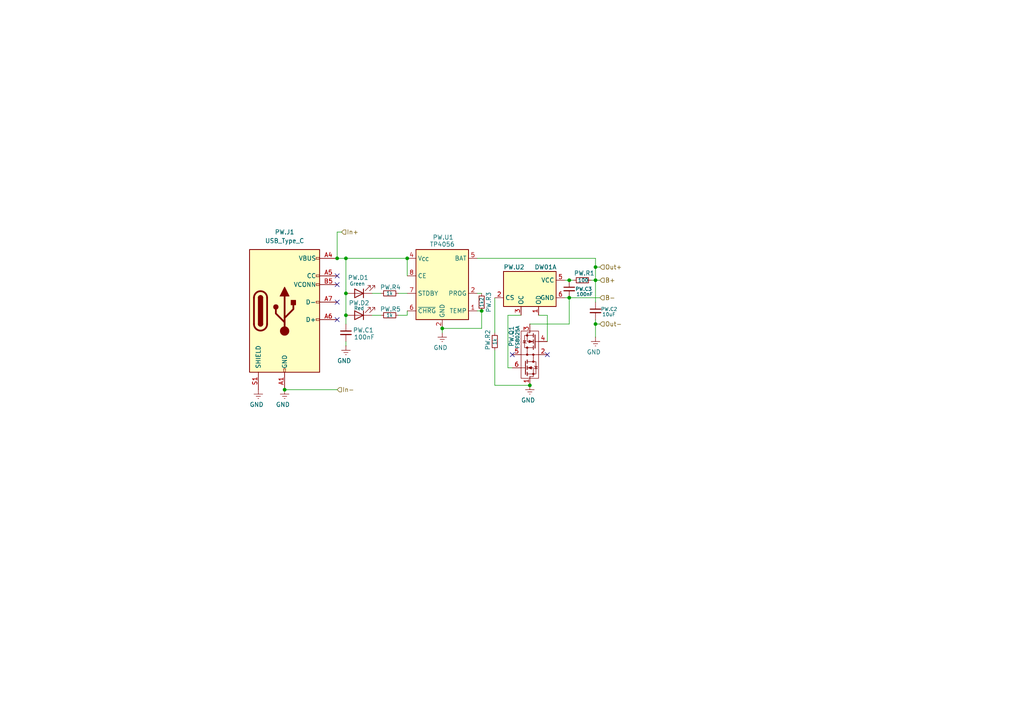
<source format=kicad_sch>
(kicad_sch
	(version 20231120)
	(generator "eeschema")
	(generator_version "8.0")
	(uuid "301cac48-3f1d-4ce8-81db-070ebc2302b9")
	(paper "A4")
	(lib_symbols
		(symbol "Battery_Management:DW01A"
			(exclude_from_sim no)
			(in_bom yes)
			(on_board yes)
			(property "Reference" "U"
				(at -6.604 6.35 0)
				(effects
					(font
						(size 1.27 1.27)
					)
				)
			)
			(property "Value" "DW01A"
				(at 4.318 6.604 0)
				(effects
					(font
						(size 1.27 1.27)
					)
				)
			)
			(property "Footprint" "Package_TO_SOT_SMD:SOT-23-6"
				(at 0 0 0)
				(effects
					(font
						(size 1.27 1.27)
					)
					(hide yes)
				)
			)
			(property "Datasheet" "https://hmsemi.com/downfile/DW01A.PDF"
				(at 0 0 0)
				(effects
					(font
						(size 1.27 1.27)
					)
					(hide yes)
				)
			)
			(property "Description" "Overcharge, overcurrent and overdischarge protection IC for single cell lithium-ion/polymer battery"
				(at 0.254 1.524 0)
				(effects
					(font
						(size 1.27 1.27)
					)
					(hide yes)
				)
			)
			(property "ki_keywords" "battery protection li-ion lipo overcurrent overdischarge overcharge"
				(at 0 0 0)
				(effects
					(font
						(size 1.27 1.27)
					)
					(hide yes)
				)
			)
			(property "ki_fp_filters" "SOT?23*"
				(at 0 0 0)
				(effects
					(font
						(size 1.27 1.27)
					)
					(hide yes)
				)
			)
			(symbol "DW01A_0_1"
				(pin output line
					(at -2.54 -7.62 90)
					(length 2.54)
					(name "OD"
						(effects
							(font
								(size 1.27 1.27)
							)
						)
					)
					(number "1"
						(effects
							(font
								(size 1.27 1.27)
							)
						)
					)
				)
				(pin input line
					(at 10.16 -2.54 180)
					(length 2.54)
					(name "CS"
						(effects
							(font
								(size 1.27 1.27)
							)
						)
					)
					(number "2"
						(effects
							(font
								(size 1.27 1.27)
							)
						)
					)
				)
				(pin output line
					(at 2.54 -7.62 90)
					(length 2.54)
					(name "OC"
						(effects
							(font
								(size 1.27 1.27)
							)
						)
					)
					(number "3"
						(effects
							(font
								(size 1.27 1.27)
							)
						)
					)
				)
				(pin power_in line
					(at -10.16 2.54 0)
					(length 2.54)
					(name "VCC"
						(effects
							(font
								(size 1.27 1.27)
							)
						)
					)
					(number "5"
						(effects
							(font
								(size 1.27 1.27)
							)
						)
					)
				)
				(pin power_in line
					(at -10.16 -2.54 0)
					(length 2.54)
					(name "GND"
						(effects
							(font
								(size 1.27 1.27)
							)
						)
					)
					(number "6"
						(effects
							(font
								(size 1.27 1.27)
							)
						)
					)
				)
			)
			(symbol "DW01A_1_1"
				(rectangle
					(start -7.62 5.08)
					(end 7.62 -5.08)
					(stroke
						(width 0.254)
						(type default)
					)
					(fill
						(type background)
					)
				)
				(pin no_connect line
					(at 10.16 2.54 180)
					(length 2.54) hide
					(name "TD"
						(effects
							(font
								(size 1.27 1.27)
							)
						)
					)
					(number "4"
						(effects
							(font
								(size 1.27 1.27)
							)
						)
					)
				)
			)
		)
		(symbol "Connector:USB_C_Plug_USB2.0"
			(pin_names
				(offset 1.016)
			)
			(exclude_from_sim no)
			(in_bom yes)
			(on_board yes)
			(property "Reference" "P"
				(at -10.16 19.05 0)
				(effects
					(font
						(size 1.27 1.27)
					)
					(justify left)
				)
			)
			(property "Value" "USB_C_Plug_USB2.0"
				(at 12.7 19.05 0)
				(effects
					(font
						(size 1.27 1.27)
					)
					(justify right)
				)
			)
			(property "Footprint" ""
				(at 3.81 0 0)
				(effects
					(font
						(size 1.27 1.27)
					)
					(hide yes)
				)
			)
			(property "Datasheet" "https://www.usb.org/sites/default/files/documents/usb_type-c.zip"
				(at 3.81 0 0)
				(effects
					(font
						(size 1.27 1.27)
					)
					(hide yes)
				)
			)
			(property "Description" "USB 2.0-only Type-C Plug connector"
				(at 0 0 0)
				(effects
					(font
						(size 1.27 1.27)
					)
					(hide yes)
				)
			)
			(property "ki_keywords" "usb universal serial bus type-C USB2.0"
				(at 0 0 0)
				(effects
					(font
						(size 1.27 1.27)
					)
					(hide yes)
				)
			)
			(property "ki_fp_filters" "USB*C*Plug*"
				(at 0 0 0)
				(effects
					(font
						(size 1.27 1.27)
					)
					(hide yes)
				)
			)
			(symbol "USB_C_Plug_USB2.0_0_0"
				(rectangle
					(start -0.254 -17.78)
					(end 0.254 -16.764)
					(stroke
						(width 0)
						(type default)
					)
					(fill
						(type none)
					)
				)
				(rectangle
					(start 10.16 -2.286)
					(end 9.144 -2.794)
					(stroke
						(width 0)
						(type default)
					)
					(fill
						(type none)
					)
				)
				(rectangle
					(start 10.16 2.794)
					(end 9.144 2.286)
					(stroke
						(width 0)
						(type default)
					)
					(fill
						(type none)
					)
				)
				(rectangle
					(start 10.16 7.874)
					(end 9.144 7.366)
					(stroke
						(width 0)
						(type default)
					)
					(fill
						(type none)
					)
				)
				(rectangle
					(start 10.16 10.414)
					(end 9.144 9.906)
					(stroke
						(width 0)
						(type default)
					)
					(fill
						(type none)
					)
				)
				(rectangle
					(start 10.16 15.494)
					(end 9.144 14.986)
					(stroke
						(width 0)
						(type default)
					)
					(fill
						(type none)
					)
				)
			)
			(symbol "USB_C_Plug_USB2.0_0_1"
				(rectangle
					(start -10.16 17.78)
					(end 10.16 -17.78)
					(stroke
						(width 0.254)
						(type default)
					)
					(fill
						(type background)
					)
				)
				(arc
					(start -8.89 -3.81)
					(mid -6.985 -5.7067)
					(end -5.08 -3.81)
					(stroke
						(width 0.508)
						(type default)
					)
					(fill
						(type none)
					)
				)
				(arc
					(start -7.62 -3.81)
					(mid -6.985 -4.4423)
					(end -6.35 -3.81)
					(stroke
						(width 0.254)
						(type default)
					)
					(fill
						(type none)
					)
				)
				(arc
					(start -7.62 -3.81)
					(mid -6.985 -4.4423)
					(end -6.35 -3.81)
					(stroke
						(width 0.254)
						(type default)
					)
					(fill
						(type outline)
					)
				)
				(rectangle
					(start -7.62 -3.81)
					(end -6.35 3.81)
					(stroke
						(width 0.254)
						(type default)
					)
					(fill
						(type outline)
					)
				)
				(arc
					(start -6.35 3.81)
					(mid -6.985 4.4423)
					(end -7.62 3.81)
					(stroke
						(width 0.254)
						(type default)
					)
					(fill
						(type none)
					)
				)
				(arc
					(start -6.35 3.81)
					(mid -6.985 4.4423)
					(end -7.62 3.81)
					(stroke
						(width 0.254)
						(type default)
					)
					(fill
						(type outline)
					)
				)
				(arc
					(start -5.08 3.81)
					(mid -6.985 5.7067)
					(end -8.89 3.81)
					(stroke
						(width 0.508)
						(type default)
					)
					(fill
						(type none)
					)
				)
				(circle
					(center -2.54 1.143)
					(radius 0.635)
					(stroke
						(width 0.254)
						(type default)
					)
					(fill
						(type outline)
					)
				)
				(circle
					(center 0 -5.842)
					(radius 1.27)
					(stroke
						(width 0)
						(type default)
					)
					(fill
						(type outline)
					)
				)
				(polyline
					(pts
						(xy -8.89 -3.81) (xy -8.89 3.81)
					)
					(stroke
						(width 0.508)
						(type default)
					)
					(fill
						(type none)
					)
				)
				(polyline
					(pts
						(xy -5.08 3.81) (xy -5.08 -3.81)
					)
					(stroke
						(width 0.508)
						(type default)
					)
					(fill
						(type none)
					)
				)
				(polyline
					(pts
						(xy 0 -5.842) (xy 0 4.318)
					)
					(stroke
						(width 0.508)
						(type default)
					)
					(fill
						(type none)
					)
				)
				(polyline
					(pts
						(xy 0 -3.302) (xy -2.54 -0.762) (xy -2.54 0.508)
					)
					(stroke
						(width 0.508)
						(type default)
					)
					(fill
						(type none)
					)
				)
				(polyline
					(pts
						(xy 0 -2.032) (xy 2.54 0.508) (xy 2.54 1.778)
					)
					(stroke
						(width 0.508)
						(type default)
					)
					(fill
						(type none)
					)
				)
				(polyline
					(pts
						(xy -1.27 4.318) (xy 0 6.858) (xy 1.27 4.318) (xy -1.27 4.318)
					)
					(stroke
						(width 0.254)
						(type default)
					)
					(fill
						(type outline)
					)
				)
				(rectangle
					(start 1.905 1.778)
					(end 3.175 3.048)
					(stroke
						(width 0.254)
						(type default)
					)
					(fill
						(type outline)
					)
				)
			)
			(symbol "USB_C_Plug_USB2.0_1_1"
				(pin passive line
					(at 0 -22.86 90)
					(length 5.08)
					(name "GND"
						(effects
							(font
								(size 1.27 1.27)
							)
						)
					)
					(number "A1"
						(effects
							(font
								(size 1.27 1.27)
							)
						)
					)
				)
				(pin passive line
					(at 0 -22.86 90)
					(length 5.08) hide
					(name "GND"
						(effects
							(font
								(size 1.27 1.27)
							)
						)
					)
					(number "A12"
						(effects
							(font
								(size 1.27 1.27)
							)
						)
					)
				)
				(pin passive line
					(at 15.24 15.24 180)
					(length 5.08)
					(name "VBUS"
						(effects
							(font
								(size 1.27 1.27)
							)
						)
					)
					(number "A4"
						(effects
							(font
								(size 1.27 1.27)
							)
						)
					)
				)
				(pin bidirectional line
					(at 15.24 10.16 180)
					(length 5.08)
					(name "CC"
						(effects
							(font
								(size 1.27 1.27)
							)
						)
					)
					(number "A5"
						(effects
							(font
								(size 1.27 1.27)
							)
						)
					)
				)
				(pin bidirectional line
					(at 15.24 -2.54 180)
					(length 5.08)
					(name "D+"
						(effects
							(font
								(size 1.27 1.27)
							)
						)
					)
					(number "A6"
						(effects
							(font
								(size 1.27 1.27)
							)
						)
					)
				)
				(pin bidirectional line
					(at 15.24 2.54 180)
					(length 5.08)
					(name "D-"
						(effects
							(font
								(size 1.27 1.27)
							)
						)
					)
					(number "A7"
						(effects
							(font
								(size 1.27 1.27)
							)
						)
					)
				)
				(pin passive line
					(at 15.24 15.24 180)
					(length 5.08) hide
					(name "VBUS"
						(effects
							(font
								(size 1.27 1.27)
							)
						)
					)
					(number "A9"
						(effects
							(font
								(size 1.27 1.27)
							)
						)
					)
				)
				(pin passive line
					(at 0 -22.86 90)
					(length 5.08) hide
					(name "GND"
						(effects
							(font
								(size 1.27 1.27)
							)
						)
					)
					(number "B1"
						(effects
							(font
								(size 1.27 1.27)
							)
						)
					)
				)
				(pin passive line
					(at 0 -22.86 90)
					(length 5.08) hide
					(name "GND"
						(effects
							(font
								(size 1.27 1.27)
							)
						)
					)
					(number "B12"
						(effects
							(font
								(size 1.27 1.27)
							)
						)
					)
				)
				(pin passive line
					(at 15.24 15.24 180)
					(length 5.08) hide
					(name "VBUS"
						(effects
							(font
								(size 1.27 1.27)
							)
						)
					)
					(number "B4"
						(effects
							(font
								(size 1.27 1.27)
							)
						)
					)
				)
				(pin bidirectional line
					(at 15.24 7.62 180)
					(length 5.08)
					(name "VCONN"
						(effects
							(font
								(size 1.27 1.27)
							)
						)
					)
					(number "B5"
						(effects
							(font
								(size 1.27 1.27)
							)
						)
					)
				)
				(pin passive line
					(at 15.24 15.24 180)
					(length 5.08) hide
					(name "VBUS"
						(effects
							(font
								(size 1.27 1.27)
							)
						)
					)
					(number "B9"
						(effects
							(font
								(size 1.27 1.27)
							)
						)
					)
				)
				(pin passive line
					(at -7.62 -22.86 90)
					(length 5.08)
					(name "SHIELD"
						(effects
							(font
								(size 1.27 1.27)
							)
						)
					)
					(number "S1"
						(effects
							(font
								(size 1.27 1.27)
							)
						)
					)
				)
			)
		)
		(symbol "Device:C_Small"
			(pin_numbers hide)
			(pin_names
				(offset 0.254) hide)
			(exclude_from_sim no)
			(in_bom yes)
			(on_board yes)
			(property "Reference" "C"
				(at 0.254 1.778 0)
				(effects
					(font
						(size 1.27 1.27)
					)
					(justify left)
				)
			)
			(property "Value" "C_Small"
				(at 0.254 -2.032 0)
				(effects
					(font
						(size 1.27 1.27)
					)
					(justify left)
				)
			)
			(property "Footprint" ""
				(at 0 0 0)
				(effects
					(font
						(size 1.27 1.27)
					)
					(hide yes)
				)
			)
			(property "Datasheet" "~"
				(at 0 0 0)
				(effects
					(font
						(size 1.27 1.27)
					)
					(hide yes)
				)
			)
			(property "Description" "Unpolarized capacitor, small symbol"
				(at 0 0 0)
				(effects
					(font
						(size 1.27 1.27)
					)
					(hide yes)
				)
			)
			(property "ki_keywords" "capacitor cap"
				(at 0 0 0)
				(effects
					(font
						(size 1.27 1.27)
					)
					(hide yes)
				)
			)
			(property "ki_fp_filters" "C_*"
				(at 0 0 0)
				(effects
					(font
						(size 1.27 1.27)
					)
					(hide yes)
				)
			)
			(symbol "C_Small_0_1"
				(polyline
					(pts
						(xy -1.524 -0.508) (xy 1.524 -0.508)
					)
					(stroke
						(width 0.3302)
						(type default)
					)
					(fill
						(type none)
					)
				)
				(polyline
					(pts
						(xy -1.524 0.508) (xy 1.524 0.508)
					)
					(stroke
						(width 0.3048)
						(type default)
					)
					(fill
						(type none)
					)
				)
			)
			(symbol "C_Small_1_1"
				(pin passive line
					(at 0 2.54 270)
					(length 2.032)
					(name "~"
						(effects
							(font
								(size 1.27 1.27)
							)
						)
					)
					(number "1"
						(effects
							(font
								(size 1.27 1.27)
							)
						)
					)
				)
				(pin passive line
					(at 0 -2.54 90)
					(length 2.032)
					(name "~"
						(effects
							(font
								(size 1.27 1.27)
							)
						)
					)
					(number "2"
						(effects
							(font
								(size 1.27 1.27)
							)
						)
					)
				)
			)
		)
		(symbol "Device:LED"
			(pin_numbers hide)
			(pin_names
				(offset 1.016) hide)
			(exclude_from_sim no)
			(in_bom yes)
			(on_board yes)
			(property "Reference" "D"
				(at 0 2.54 0)
				(effects
					(font
						(size 1.27 1.27)
					)
				)
			)
			(property "Value" "LED"
				(at 0 -2.54 0)
				(effects
					(font
						(size 1.27 1.27)
					)
				)
			)
			(property "Footprint" ""
				(at 0 0 0)
				(effects
					(font
						(size 1.27 1.27)
					)
					(hide yes)
				)
			)
			(property "Datasheet" "~"
				(at 0 0 0)
				(effects
					(font
						(size 1.27 1.27)
					)
					(hide yes)
				)
			)
			(property "Description" "Light emitting diode"
				(at 0 0 0)
				(effects
					(font
						(size 1.27 1.27)
					)
					(hide yes)
				)
			)
			(property "ki_keywords" "LED diode"
				(at 0 0 0)
				(effects
					(font
						(size 1.27 1.27)
					)
					(hide yes)
				)
			)
			(property "ki_fp_filters" "LED* LED_SMD:* LED_THT:*"
				(at 0 0 0)
				(effects
					(font
						(size 1.27 1.27)
					)
					(hide yes)
				)
			)
			(symbol "LED_0_1"
				(polyline
					(pts
						(xy -1.27 -1.27) (xy -1.27 1.27)
					)
					(stroke
						(width 0.254)
						(type default)
					)
					(fill
						(type none)
					)
				)
				(polyline
					(pts
						(xy -1.27 0) (xy 1.27 0)
					)
					(stroke
						(width 0)
						(type default)
					)
					(fill
						(type none)
					)
				)
				(polyline
					(pts
						(xy 1.27 -1.27) (xy 1.27 1.27) (xy -1.27 0) (xy 1.27 -1.27)
					)
					(stroke
						(width 0.254)
						(type default)
					)
					(fill
						(type none)
					)
				)
				(polyline
					(pts
						(xy -3.048 -0.762) (xy -4.572 -2.286) (xy -3.81 -2.286) (xy -4.572 -2.286) (xy -4.572 -1.524)
					)
					(stroke
						(width 0)
						(type default)
					)
					(fill
						(type none)
					)
				)
				(polyline
					(pts
						(xy -1.778 -0.762) (xy -3.302 -2.286) (xy -2.54 -2.286) (xy -3.302 -2.286) (xy -3.302 -1.524)
					)
					(stroke
						(width 0)
						(type default)
					)
					(fill
						(type none)
					)
				)
			)
			(symbol "LED_1_1"
				(pin passive line
					(at -3.81 0 0)
					(length 2.54)
					(name "K"
						(effects
							(font
								(size 1.27 1.27)
							)
						)
					)
					(number "1"
						(effects
							(font
								(size 1.27 1.27)
							)
						)
					)
				)
				(pin passive line
					(at 3.81 0 180)
					(length 2.54)
					(name "A"
						(effects
							(font
								(size 1.27 1.27)
							)
						)
					)
					(number "2"
						(effects
							(font
								(size 1.27 1.27)
							)
						)
					)
				)
			)
		)
		(symbol "Device:R_Small"
			(pin_numbers hide)
			(pin_names
				(offset 0.254) hide)
			(exclude_from_sim no)
			(in_bom yes)
			(on_board yes)
			(property "Reference" "R"
				(at 0.762 0.508 0)
				(effects
					(font
						(size 1.27 1.27)
					)
					(justify left)
				)
			)
			(property "Value" "R_Small"
				(at 0.762 -1.016 0)
				(effects
					(font
						(size 1.27 1.27)
					)
					(justify left)
				)
			)
			(property "Footprint" ""
				(at 0 0 0)
				(effects
					(font
						(size 1.27 1.27)
					)
					(hide yes)
				)
			)
			(property "Datasheet" "~"
				(at 0 0 0)
				(effects
					(font
						(size 1.27 1.27)
					)
					(hide yes)
				)
			)
			(property "Description" "Resistor, small symbol"
				(at 0 0 0)
				(effects
					(font
						(size 1.27 1.27)
					)
					(hide yes)
				)
			)
			(property "ki_keywords" "R resistor"
				(at 0 0 0)
				(effects
					(font
						(size 1.27 1.27)
					)
					(hide yes)
				)
			)
			(property "ki_fp_filters" "R_*"
				(at 0 0 0)
				(effects
					(font
						(size 1.27 1.27)
					)
					(hide yes)
				)
			)
			(symbol "R_Small_0_1"
				(rectangle
					(start -0.762 1.778)
					(end 0.762 -1.778)
					(stroke
						(width 0.2032)
						(type default)
					)
					(fill
						(type none)
					)
				)
			)
			(symbol "R_Small_1_1"
				(pin passive line
					(at 0 2.54 270)
					(length 0.762)
					(name "~"
						(effects
							(font
								(size 1.27 1.27)
							)
						)
					)
					(number "1"
						(effects
							(font
								(size 1.27 1.27)
							)
						)
					)
				)
				(pin passive line
					(at 0 -2.54 90)
					(length 0.762)
					(name "~"
						(effects
							(font
								(size 1.27 1.27)
							)
						)
					)
					(number "2"
						(effects
							(font
								(size 1.27 1.27)
							)
						)
					)
				)
			)
		)
		(symbol "Power.Antigo:FS8025A"
			(pin_names hide)
			(exclude_from_sim no)
			(in_bom yes)
			(on_board yes)
			(property "Reference" "Q"
				(at 2.032 6.223 0)
				(effects
					(font
						(size 1.27 1.27)
					)
					(justify left)
				)
			)
			(property "Value" "FS8025A"
				(at 2.032 4.318 0)
				(effects
					(font
						(size 1.27 1.27)
					)
					(justify left)
				)
			)
			(property "Footprint" "Package_TO_SOT_SMD:SOT-23-6"
				(at -16.764 -12.7 0)
				(effects
					(font
						(size 1.27 1.27)
						(italic yes)
					)
					(justify left)
					(hide yes)
				)
			)
			(property "Datasheet" "https://static.chipdip.ru/lib/272/DOC021272788.pdf"
				(at -25.908 -10.414 0)
				(effects
					(font
						(size 1.27 1.27)
					)
					(justify left)
					(hide yes)
				)
			)
			(property "Description" "6A Id, 20V Vds, 27mOhm Rds, N-Channel Power MOSFET, SOT-23"
				(at 1.27 -8.382 0)
				(effects
					(font
						(size 1.27 1.27)
					)
					(hide yes)
				)
			)
			(property "ki_keywords" "N-Channel HEXFET MOSFET Logic-Level"
				(at 0 0 0)
				(effects
					(font
						(size 1.27 1.27)
					)
					(hide yes)
				)
			)
			(property "ki_fp_filters" "SOT?23*"
				(at 0 0 0)
				(effects
					(font
						(size 1.27 1.27)
					)
					(hide yes)
				)
			)
			(symbol "FS8025A_0_1"
				(rectangle
					(start -6.858 2.54)
					(end 6.858 -2.54)
					(stroke
						(width 0)
						(type default)
					)
					(fill
						(type none)
					)
				)
				(circle
					(center -5.588 -1.016)
					(radius 0.254)
					(stroke
						(width 0)
						(type default)
					)
					(fill
						(type outline)
					)
				)
				(circle
					(center -2.032 -1.016)
					(radius 0.254)
					(stroke
						(width 0)
						(type default)
					)
					(fill
						(type outline)
					)
				)
				(circle
					(center 0 -1.016)
					(radius 0.254)
					(stroke
						(width 0)
						(type default)
					)
					(fill
						(type outline)
					)
				)
				(polyline
					(pts
						(xy -5.08 0.762) (xy -6.096 0.762)
					)
					(stroke
						(width 0.254)
						(type default)
					)
					(fill
						(type none)
					)
				)
				(polyline
					(pts
						(xy -3.81 1.27) (xy -3.81 2.54)
					)
					(stroke
						(width 0)
						(type default)
					)
					(fill
						(type none)
					)
				)
				(polyline
					(pts
						(xy -3.302 0.762) (xy -4.318 0.762)
					)
					(stroke
						(width 0.254)
						(type default)
					)
					(fill
						(type none)
					)
				)
				(polyline
					(pts
						(xy -1.905 1.27) (xy -5.715 1.27)
					)
					(stroke
						(width 0.254)
						(type default)
					)
					(fill
						(type none)
					)
				)
				(polyline
					(pts
						(xy -1.524 0.762) (xy -2.54 0.762)
					)
					(stroke
						(width 0.254)
						(type default)
					)
					(fill
						(type none)
					)
				)
				(polyline
					(pts
						(xy -0.762 -1.016) (xy -2.032 -1.016)
					)
					(stroke
						(width 0)
						(type default)
					)
					(fill
						(type none)
					)
				)
				(polyline
					(pts
						(xy 0 -1.016) (xy 0 -2.54)
					)
					(stroke
						(width 0)
						(type default)
					)
					(fill
						(type none)
					)
				)
				(polyline
					(pts
						(xy 0 2.54) (xy 0 0.762)
					)
					(stroke
						(width 0)
						(type default)
					)
					(fill
						(type none)
					)
				)
				(polyline
					(pts
						(xy 0.762 0.762) (xy 2.032 0.762)
					)
					(stroke
						(width 0)
						(type default)
					)
					(fill
						(type none)
					)
				)
				(polyline
					(pts
						(xy 1.524 -1.016) (xy 2.54 -1.016)
					)
					(stroke
						(width 0.254)
						(type default)
					)
					(fill
						(type none)
					)
				)
				(polyline
					(pts
						(xy 1.905 -1.524) (xy 5.715 -1.524)
					)
					(stroke
						(width 0.254)
						(type default)
					)
					(fill
						(type none)
					)
				)
				(polyline
					(pts
						(xy 3.302 -1.016) (xy 4.318 -1.016)
					)
					(stroke
						(width 0.254)
						(type default)
					)
					(fill
						(type none)
					)
				)
				(polyline
					(pts
						(xy 3.81 -1.524) (xy 3.81 -2.54)
					)
					(stroke
						(width 0)
						(type default)
					)
					(fill
						(type none)
					)
				)
				(polyline
					(pts
						(xy 5.08 -1.016) (xy 6.096 -1.016)
					)
					(stroke
						(width 0.254)
						(type default)
					)
					(fill
						(type none)
					)
				)
				(polyline
					(pts
						(xy 6.35 0.762) (xy 6.35 0)
					)
					(stroke
						(width 0)
						(type default)
					)
					(fill
						(type none)
					)
				)
				(polyline
					(pts
						(xy 6.858 0) (xy 6.35 0)
					)
					(stroke
						(width 0)
						(type default)
					)
					(fill
						(type none)
					)
				)
				(polyline
					(pts
						(xy -6.35 -1.016) (xy -6.35 0) (xy -6.858 0)
					)
					(stroke
						(width 0)
						(type default)
					)
					(fill
						(type none)
					)
				)
				(polyline
					(pts
						(xy -6.35 -1.016) (xy -3.81 -1.016) (xy -3.81 0.762)
					)
					(stroke
						(width 0)
						(type default)
					)
					(fill
						(type none)
					)
				)
				(polyline
					(pts
						(xy 6.35 0.762) (xy 3.81 0.762) (xy 3.81 -1.016)
					)
					(stroke
						(width 0)
						(type default)
					)
					(fill
						(type none)
					)
				)
				(polyline
					(pts
						(xy -5.588 0.762) (xy -5.588 -1.778) (xy -2.032 -1.778) (xy -2.032 0.762)
					)
					(stroke
						(width 0)
						(type default)
					)
					(fill
						(type none)
					)
				)
				(polyline
					(pts
						(xy -3.81 0.508) (xy -3.429 -0.508) (xy -4.191 -0.508) (xy -3.81 0.508)
					)
					(stroke
						(width 0)
						(type default)
					)
					(fill
						(type outline)
					)
				)
				(polyline
					(pts
						(xy -3.429 -1.778) (xy -4.064 -1.397) (xy -4.064 -2.159) (xy -3.429 -1.778)
					)
					(stroke
						(width 0)
						(type default)
					)
					(fill
						(type none)
					)
				)
				(polyline
					(pts
						(xy -3.302 -1.27) (xy -3.429 -1.397) (xy -3.429 -2.159) (xy -3.556 -2.286)
					)
					(stroke
						(width 0)
						(type default)
					)
					(fill
						(type none)
					)
				)
				(polyline
					(pts
						(xy 3.302 1.016) (xy 3.429 1.143) (xy 3.429 1.905) (xy 3.556 2.032)
					)
					(stroke
						(width 0)
						(type default)
					)
					(fill
						(type none)
					)
				)
				(polyline
					(pts
						(xy 3.429 1.524) (xy 4.064 1.143) (xy 4.064 1.905) (xy 3.429 1.524)
					)
					(stroke
						(width 0)
						(type default)
					)
					(fill
						(type none)
					)
				)
				(polyline
					(pts
						(xy 3.81 -0.762) (xy 3.429 0.254) (xy 4.191 0.254) (xy 3.81 -0.762)
					)
					(stroke
						(width 0)
						(type default)
					)
					(fill
						(type outline)
					)
				)
				(polyline
					(pts
						(xy 5.588 -1.016) (xy 5.588 1.524) (xy 2.032 1.524) (xy 2.032 -1.016)
					)
					(stroke
						(width 0)
						(type default)
					)
					(fill
						(type none)
					)
				)
				(polyline
					(pts
						(xy 0.762 0.762) (xy 0.254 0.762) (xy 0 0.762) (xy 0 -1.016) (xy -0.762 -1.016)
					)
					(stroke
						(width 0)
						(type default)
					)
					(fill
						(type none)
					)
				)
				(circle
					(center 0 0.762)
					(radius 0.254)
					(stroke
						(width 0)
						(type default)
					)
					(fill
						(type outline)
					)
				)
				(circle
					(center 2.032 0.762)
					(radius 0.254)
					(stroke
						(width 0)
						(type default)
					)
					(fill
						(type outline)
					)
				)
				(circle
					(center 5.588 0.762)
					(radius 0.254)
					(stroke
						(width 0)
						(type default)
					)
					(fill
						(type outline)
					)
				)
			)
			(symbol "FS8025A_1_0"
				(pin passive line
					(at -8.89 0 0)
					(length 2.54)
					(name "S1"
						(effects
							(font
								(size 1.27 1.27)
							)
						)
					)
					(number "1"
						(effects
							(font
								(size 1.27 1.27)
							)
						)
					)
				)
			)
			(symbol "FS8025A_1_1"
				(pin passive line
					(at 0 -5.08 90)
					(length 2.54)
					(name "D1/D2"
						(effects
							(font
								(size 1.27 1.27)
							)
						)
					)
					(number "2"
						(effects
							(font
								(size 1.27 1.27)
							)
						)
					)
				)
				(pin passive line
					(at 8.89 0 180)
					(length 2.54)
					(name "S2"
						(effects
							(font
								(size 1.27 1.27)
							)
						)
					)
					(number "3"
						(effects
							(font
								(size 1.27 1.27)
							)
						)
					)
				)
				(pin input line
					(at 3.81 -5.08 90)
					(length 2.54)
					(name "G2"
						(effects
							(font
								(size 1.27 1.27)
							)
						)
					)
					(number "4"
						(effects
							(font
								(size 1.27 1.27)
							)
						)
					)
				)
				(pin passive line
					(at 0 5.08 270)
					(length 2.54)
					(name "D1/D2"
						(effects
							(font
								(size 1.27 1.27)
							)
						)
					)
					(number "5"
						(effects
							(font
								(size 1.27 1.27)
							)
						)
					)
				)
				(pin input line
					(at -3.81 5.08 270)
					(length 2.54)
					(name "G1"
						(effects
							(font
								(size 1.27 1.27)
							)
						)
					)
					(number "6"
						(effects
							(font
								(size 1.27 1.27)
							)
						)
					)
				)
			)
		)
		(symbol "Power.Antigo:TP4056"
			(exclude_from_sim no)
			(in_bom yes)
			(on_board yes)
			(property "Reference" "U"
				(at -6.35 6.604 0)
				(effects
					(font
						(size 1.27 1.27)
					)
				)
			)
			(property "Value" "TP4056"
				(at 1.524 6.604 0)
				(effects
					(font
						(size 1.27 1.27)
					)
					(justify left)
				)
			)
			(property "Footprint" "Package_SO:SOP-8-1EP_4.57x4.57mm_P1.27mm_EP4.57x4.45mm"
				(at 3.81 -11.938 0)
				(effects
					(font
						(size 1.27 1.27)
					)
					(hide yes)
				)
			)
			(property "Datasheet" "https://static.chipdip.ru/lib/977/DOC002977110.pdf"
				(at 0.508 -5.334 0)
				(effects
					(font
						(size 1.27 1.27)
					)
					(hide yes)
				)
			)
			(property "Description" "1A Standalone Linear Li-lon Battery Charger with Thermal Regulation in SOP-8"
				(at 3.302 -8.382 0)
				(effects
					(font
						(size 1.27 1.27)
					)
					(hide yes)
				)
			)
			(property "ki_keywords" "Constant-current constant-voltage linear charger single-cell lithium-ion battery"
				(at 0 0 0)
				(effects
					(font
						(size 1.27 1.27)
					)
					(hide yes)
				)
			)
			(property "ki_fp_filters" "TSOT?23*"
				(at 0 0 0)
				(effects
					(font
						(size 1.27 1.27)
					)
					(hide yes)
				)
			)
			(symbol "TP4056_0_1"
				(rectangle
					(start -7.62 5.08)
					(end 7.62 -15.24)
					(stroke
						(width 0.254)
						(type default)
					)
					(fill
						(type background)
					)
				)
			)
			(symbol "TP4056_1_1"
				(pin power_in line
					(at 10.16 2.54 180)
					(length 2.54)
					(name "TEMP"
						(effects
							(font
								(size 1.27 1.27)
							)
						)
					)
					(number "1"
						(effects
							(font
								(size 1.27 1.27)
							)
						)
					)
				)
				(pin power_in line
					(at 0 7.62 270)
					(length 2.54)
					(name "GND"
						(effects
							(font
								(size 1.27 1.27)
							)
						)
					)
					(number "2"
						(effects
							(font
								(size 1.27 1.27)
							)
						)
					)
				)
				(pin passive line
					(at 10.16 -2.54 180)
					(length 2.54)
					(name "PROG"
						(effects
							(font
								(size 1.27 1.27)
							)
						)
					)
					(number "2"
						(effects
							(font
								(size 1.27 1.27)
							)
						)
					)
				)
				(pin power_in line
					(at -10.16 -12.7 0)
					(length 2.54)
					(name "V_{CC}"
						(effects
							(font
								(size 1.27 1.27)
							)
						)
					)
					(number "4"
						(effects
							(font
								(size 1.27 1.27)
							)
						)
					)
				)
				(pin power_out line
					(at 10.16 -12.7 180)
					(length 2.54)
					(name "BAT"
						(effects
							(font
								(size 1.27 1.27)
							)
						)
					)
					(number "5"
						(effects
							(font
								(size 1.27 1.27)
							)
						)
					)
				)
				(pin open_collector line
					(at -10.16 2.54 0)
					(length 2.54)
					(name "~{CHRG}"
						(effects
							(font
								(size 1.27 1.27)
							)
						)
					)
					(number "6"
						(effects
							(font
								(size 1.27 1.27)
							)
						)
					)
				)
				(pin open_collector line
					(at -10.16 -2.54 0)
					(length 2.54)
					(name "STDBY"
						(effects
							(font
								(size 1.27 1.27)
							)
						)
					)
					(number "7"
						(effects
							(font
								(size 1.27 1.27)
							)
						)
					)
				)
				(pin power_in line
					(at -10.16 -7.62 0)
					(length 2.54)
					(name "CE"
						(effects
							(font
								(size 1.27 1.27)
							)
						)
					)
					(number "8"
						(effects
							(font
								(size 1.27 1.27)
							)
						)
					)
				)
			)
		)
		(symbol "power:Earth"
			(power)
			(pin_numbers hide)
			(pin_names
				(offset 0) hide)
			(exclude_from_sim no)
			(in_bom yes)
			(on_board yes)
			(property "Reference" "#PWR"
				(at 0 -6.35 0)
				(effects
					(font
						(size 1.27 1.27)
					)
					(hide yes)
				)
			)
			(property "Value" "Earth"
				(at 0 -3.81 0)
				(effects
					(font
						(size 1.27 1.27)
					)
				)
			)
			(property "Footprint" ""
				(at 0 0 0)
				(effects
					(font
						(size 1.27 1.27)
					)
					(hide yes)
				)
			)
			(property "Datasheet" "~"
				(at 0 0 0)
				(effects
					(font
						(size 1.27 1.27)
					)
					(hide yes)
				)
			)
			(property "Description" "Power symbol creates a global label with name \"Earth\""
				(at 0 0 0)
				(effects
					(font
						(size 1.27 1.27)
					)
					(hide yes)
				)
			)
			(property "ki_keywords" "global ground gnd"
				(at 0 0 0)
				(effects
					(font
						(size 1.27 1.27)
					)
					(hide yes)
				)
			)
			(symbol "Earth_0_1"
				(polyline
					(pts
						(xy -0.635 -1.905) (xy 0.635 -1.905)
					)
					(stroke
						(width 0)
						(type default)
					)
					(fill
						(type none)
					)
				)
				(polyline
					(pts
						(xy -0.127 -2.54) (xy 0.127 -2.54)
					)
					(stroke
						(width 0)
						(type default)
					)
					(fill
						(type none)
					)
				)
				(polyline
					(pts
						(xy 0 -1.27) (xy 0 0)
					)
					(stroke
						(width 0)
						(type default)
					)
					(fill
						(type none)
					)
				)
				(polyline
					(pts
						(xy 1.27 -1.27) (xy -1.27 -1.27)
					)
					(stroke
						(width 0)
						(type default)
					)
					(fill
						(type none)
					)
				)
			)
			(symbol "Earth_1_1"
				(pin power_in line
					(at 0 0 270)
					(length 0)
					(name "~"
						(effects
							(font
								(size 1.27 1.27)
							)
						)
					)
					(number "1"
						(effects
							(font
								(size 1.27 1.27)
							)
						)
					)
				)
			)
		)
	)
	(junction
		(at 172.72 81.28)
		(diameter 0)
		(color 0 0 0 0)
		(uuid "0048ca08-3786-4a7a-a94f-0919ebc4a7cc")
	)
	(junction
		(at 139.7 90.17)
		(diameter 0)
		(color 0 0 0 0)
		(uuid "2e52784a-405d-425a-9219-8c65f8caf63d")
	)
	(junction
		(at 172.72 77.47)
		(diameter 0)
		(color 0 0 0 0)
		(uuid "5ab6ade4-4881-4c05-b26f-032960e35990")
	)
	(junction
		(at 165.1 86.36)
		(diameter 0)
		(color 0 0 0 0)
		(uuid "5cde4956-a442-45ae-ac5e-42b11ef2c82f")
	)
	(junction
		(at 100.33 74.93)
		(diameter 0)
		(color 0 0 0 0)
		(uuid "76ab08a0-1958-4f8c-a9a3-1bd632eb6842")
	)
	(junction
		(at 82.55 113.03)
		(diameter 0)
		(color 0 0 0 0)
		(uuid "80212118-c04e-4c44-be76-54d9da887e3b")
	)
	(junction
		(at 153.67 111.76)
		(diameter 0)
		(color 0 0 0 0)
		(uuid "808c5e74-f01e-4e83-8a55-c8253a6a0b4e")
	)
	(junction
		(at 165.1 81.28)
		(diameter 0)
		(color 0 0 0 0)
		(uuid "97314d29-a117-4597-871d-17300daeca55")
	)
	(junction
		(at 128.27 95.25)
		(diameter 0)
		(color 0 0 0 0)
		(uuid "a36d6f06-3cde-4390-9a0c-347c596decf1")
	)
	(junction
		(at 172.72 93.98)
		(diameter 0)
		(color 0 0 0 0)
		(uuid "b1c1b4b9-c2df-4c5e-b246-53777e7b8796")
	)
	(junction
		(at 100.33 85.09)
		(diameter 0)
		(color 0 0 0 0)
		(uuid "d40fca62-e8e2-47f2-bd62-a383c3c7e3d9")
	)
	(junction
		(at 97.79 74.93)
		(diameter 0)
		(color 0 0 0 0)
		(uuid "d6b08c1a-454d-4ff9-924d-6b79e1c30556")
	)
	(junction
		(at 100.33 91.44)
		(diameter 0)
		(color 0 0 0 0)
		(uuid "dc4df75c-156d-45a3-8790-09a92df3fc81")
	)
	(junction
		(at 118.11 74.93)
		(diameter 0)
		(color 0 0 0 0)
		(uuid "f0884b1a-992a-4b27-9b0d-29cfa81b4493")
	)
	(no_connect
		(at 97.79 87.63)
		(uuid "332e3ff7-6153-466e-8e3d-67842885314c")
	)
	(no_connect
		(at 148.59 102.87)
		(uuid "47a0984c-9f60-4e35-955c-0a594eb15c1d")
	)
	(no_connect
		(at 97.79 82.55)
		(uuid "4bda398b-e82f-4f0a-9920-cb296c4e9df0")
	)
	(no_connect
		(at 158.75 102.87)
		(uuid "eca4df80-8110-4c79-8014-a83ac5c6059c")
	)
	(no_connect
		(at 97.79 80.01)
		(uuid "ee8b29fa-5d1d-45f6-b39c-bbe6d8c38813")
	)
	(no_connect
		(at 97.79 92.71)
		(uuid "fee742b9-1ceb-43d8-a576-0e460019b630")
	)
	(wire
		(pts
			(xy 107.95 91.44) (xy 110.49 91.44)
		)
		(stroke
			(width 0)
			(type default)
		)
		(uuid "041e5235-68a9-44f1-ba6d-43530c616d90")
	)
	(wire
		(pts
			(xy 165.1 81.28) (xy 163.83 81.28)
		)
		(stroke
			(width 0)
			(type default)
		)
		(uuid "04db4d03-adb6-4772-aa05-8d73c6c2ff95")
	)
	(wire
		(pts
			(xy 118.11 91.44) (xy 118.11 90.17)
		)
		(stroke
			(width 0)
			(type default)
		)
		(uuid "0ba23924-de10-4e79-a160-ddda22915e92")
	)
	(wire
		(pts
			(xy 97.79 74.93) (xy 100.33 74.93)
		)
		(stroke
			(width 0)
			(type default)
		)
		(uuid "125898ca-8ad5-4dd7-8d52-42fac907d581")
	)
	(wire
		(pts
			(xy 158.75 91.44) (xy 158.75 99.06)
		)
		(stroke
			(width 0)
			(type default)
		)
		(uuid "13eb78bb-7b71-4024-88bb-7c36af39db68")
	)
	(wire
		(pts
			(xy 172.72 77.47) (xy 172.72 81.28)
		)
		(stroke
			(width 0)
			(type default)
		)
		(uuid "1b71eac6-546c-4357-89d1-8bd15a253df5")
	)
	(wire
		(pts
			(xy 138.43 85.09) (xy 139.7 85.09)
		)
		(stroke
			(width 0)
			(type default)
		)
		(uuid "1bb99917-6e89-4c1f-ab2c-f6c9f04e1986")
	)
	(wire
		(pts
			(xy 151.13 91.44) (xy 147.32 91.44)
		)
		(stroke
			(width 0)
			(type default)
		)
		(uuid "1d64908e-01d7-4f75-b3f2-04218d41f987")
	)
	(wire
		(pts
			(xy 100.33 85.09) (xy 100.33 91.44)
		)
		(stroke
			(width 0)
			(type default)
		)
		(uuid "2374f118-4f8d-45b3-9d70-751021f104ce")
	)
	(wire
		(pts
			(xy 139.7 90.17) (xy 138.43 90.17)
		)
		(stroke
			(width 0)
			(type default)
		)
		(uuid "24b5c10e-e31e-4596-abd8-579e5c4e7fdb")
	)
	(wire
		(pts
			(xy 100.33 74.93) (xy 100.33 85.09)
		)
		(stroke
			(width 0)
			(type default)
		)
		(uuid "2638f499-40f6-4ecf-be21-de9572d74ed2")
	)
	(wire
		(pts
			(xy 172.72 74.93) (xy 172.72 77.47)
		)
		(stroke
			(width 0)
			(type default)
		)
		(uuid "2659b5f7-4aa9-4d3d-a314-1b17c9296448")
	)
	(wire
		(pts
			(xy 165.1 81.28) (xy 166.37 81.28)
		)
		(stroke
			(width 0)
			(type default)
		)
		(uuid "3c78bdc8-8c7d-4b5a-b7cb-4aaf9c404f61")
	)
	(wire
		(pts
			(xy 172.72 81.28) (xy 172.72 87.63)
		)
		(stroke
			(width 0)
			(type default)
		)
		(uuid "41cfc3d6-16f3-4f87-bf35-cd009cfd8452")
	)
	(wire
		(pts
			(xy 143.51 96.52) (xy 143.51 86.36)
		)
		(stroke
			(width 0)
			(type default)
		)
		(uuid "4673afa0-71d7-4270-b4ae-89cdd2d91863")
	)
	(wire
		(pts
			(xy 147.32 106.68) (xy 148.59 106.68)
		)
		(stroke
			(width 0)
			(type default)
		)
		(uuid "4cb8035c-cdd8-4273-82f1-05ac6b3ff137")
	)
	(wire
		(pts
			(xy 172.72 93.98) (xy 172.72 97.79)
		)
		(stroke
			(width 0)
			(type default)
		)
		(uuid "51553cf8-ed54-4d53-906a-9b1143fc5a71")
	)
	(wire
		(pts
			(xy 172.72 92.71) (xy 172.72 93.98)
		)
		(stroke
			(width 0)
			(type default)
		)
		(uuid "55917eac-2a60-47ca-ad4e-7e97b1d00be6")
	)
	(wire
		(pts
			(xy 173.99 77.47) (xy 172.72 77.47)
		)
		(stroke
			(width 0)
			(type default)
		)
		(uuid "586b6e70-4289-4e3b-aa45-6fee2d73ac81")
	)
	(wire
		(pts
			(xy 100.33 91.44) (xy 100.33 93.98)
		)
		(stroke
			(width 0)
			(type default)
		)
		(uuid "5bc9170b-b5f5-4cde-9737-41025c2c2802")
	)
	(wire
		(pts
			(xy 97.79 67.31) (xy 97.79 74.93)
		)
		(stroke
			(width 0)
			(type default)
		)
		(uuid "5dcf0970-8977-4325-9de9-60a44cff6958")
	)
	(wire
		(pts
			(xy 165.1 86.36) (xy 173.99 86.36)
		)
		(stroke
			(width 0)
			(type default)
		)
		(uuid "68e9e10d-9830-4c14-9c8c-b699a1a76f54")
	)
	(wire
		(pts
			(xy 172.72 74.93) (xy 138.43 74.93)
		)
		(stroke
			(width 0)
			(type default)
		)
		(uuid "6957c410-3c2e-4d88-8194-1e0c1596da01")
	)
	(wire
		(pts
			(xy 139.7 90.17) (xy 139.7 95.25)
		)
		(stroke
			(width 0)
			(type default)
		)
		(uuid "73471aa6-bcb6-4f67-8200-27b20cac995d")
	)
	(wire
		(pts
			(xy 165.1 93.98) (xy 165.1 86.36)
		)
		(stroke
			(width 0)
			(type default)
		)
		(uuid "76509b19-4ec4-4b1f-ac8c-393c6f871ebb")
	)
	(wire
		(pts
			(xy 115.57 91.44) (xy 118.11 91.44)
		)
		(stroke
			(width 0)
			(type default)
		)
		(uuid "7e09a52c-288a-40da-9fe8-fce70f6a937c")
	)
	(wire
		(pts
			(xy 173.99 93.98) (xy 172.72 93.98)
		)
		(stroke
			(width 0)
			(type default)
		)
		(uuid "7fab6f59-fad3-44d0-8c9f-f2f7b2bb21fa")
	)
	(wire
		(pts
			(xy 118.11 80.01) (xy 118.11 74.93)
		)
		(stroke
			(width 0)
			(type default)
		)
		(uuid "7fb3d3d9-b03e-4053-a552-7640c433ee3c")
	)
	(wire
		(pts
			(xy 82.55 113.03) (xy 97.79 113.03)
		)
		(stroke
			(width 0)
			(type default)
		)
		(uuid "8dc5ed5c-9214-4d14-8702-2f2f3b6aebf0")
	)
	(wire
		(pts
			(xy 118.11 85.09) (xy 115.57 85.09)
		)
		(stroke
			(width 0)
			(type default)
		)
		(uuid "94624bb6-d250-449c-a2b9-b003661718c3")
	)
	(wire
		(pts
			(xy 99.06 67.31) (xy 97.79 67.31)
		)
		(stroke
			(width 0)
			(type default)
		)
		(uuid "9e6cc813-42b1-4bd4-8a0d-e467466c8698")
	)
	(wire
		(pts
			(xy 165.1 86.36) (xy 163.83 86.36)
		)
		(stroke
			(width 0)
			(type default)
		)
		(uuid "af05a3dc-5196-416e-b1a0-f72d45f9cfe0")
	)
	(wire
		(pts
			(xy 139.7 95.25) (xy 128.27 95.25)
		)
		(stroke
			(width 0)
			(type default)
		)
		(uuid "b52f9626-7b90-4481-91dc-7d419192e616")
	)
	(wire
		(pts
			(xy 143.51 101.6) (xy 143.51 111.76)
		)
		(stroke
			(width 0)
			(type default)
		)
		(uuid "bac8c7c0-893a-4a2f-ad93-85d4a339a88d")
	)
	(wire
		(pts
			(xy 100.33 100.33) (xy 100.33 99.06)
		)
		(stroke
			(width 0)
			(type default)
		)
		(uuid "bb7a00a6-265f-45c9-8580-a9d5bc8cef16")
	)
	(wire
		(pts
			(xy 147.32 91.44) (xy 147.32 106.68)
		)
		(stroke
			(width 0)
			(type default)
		)
		(uuid "bcadffa7-5db9-4884-9c50-49ee82ab6343")
	)
	(wire
		(pts
			(xy 153.67 93.98) (xy 165.1 93.98)
		)
		(stroke
			(width 0)
			(type default)
		)
		(uuid "c56e04bd-93d3-4624-a01b-b6e8daacdc8d")
	)
	(wire
		(pts
			(xy 100.33 74.93) (xy 118.11 74.93)
		)
		(stroke
			(width 0)
			(type default)
		)
		(uuid "d58cfd0b-076c-4fef-a946-a7f77cc40dc3")
	)
	(wire
		(pts
			(xy 172.72 81.28) (xy 173.99 81.28)
		)
		(stroke
			(width 0)
			(type default)
		)
		(uuid "d8654eb1-c602-4ff4-9c81-53ba7be5e79a")
	)
	(wire
		(pts
			(xy 156.21 91.44) (xy 158.75 91.44)
		)
		(stroke
			(width 0)
			(type default)
		)
		(uuid "e395198c-b592-402d-a5af-35853376d046")
	)
	(wire
		(pts
			(xy 143.51 111.76) (xy 153.67 111.76)
		)
		(stroke
			(width 0)
			(type default)
		)
		(uuid "e75d0aa2-e5cf-4189-b8ba-c14699b78e6c")
	)
	(wire
		(pts
			(xy 128.27 96.52) (xy 128.27 95.25)
		)
		(stroke
			(width 0)
			(type default)
		)
		(uuid "f086e5d5-5d05-4e39-a55d-84112e630490")
	)
	(wire
		(pts
			(xy 171.45 81.28) (xy 172.72 81.28)
		)
		(stroke
			(width 0)
			(type default)
		)
		(uuid "fbbbbd14-9c15-4c8f-8d9e-19bdf96d53bd")
	)
	(wire
		(pts
			(xy 107.95 85.09) (xy 110.49 85.09)
		)
		(stroke
			(width 0)
			(type default)
		)
		(uuid "fbc9d21b-367c-4ca9-98a7-0c8dc6004602")
	)
	(hierarchical_label "Out+"
		(shape input)
		(at 173.99 77.47 0)
		(effects
			(font
				(size 1.27 1.27)
			)
			(justify left)
		)
		(uuid "312ef1bd-0d6c-4669-8d2b-f8164545c9f7")
	)
	(hierarchical_label "In+"
		(shape input)
		(at 99.06 67.31 0)
		(effects
			(font
				(size 1.27 1.27)
			)
			(justify left)
		)
		(uuid "6f7f13e1-3715-403c-920d-caaff0a0af92")
	)
	(hierarchical_label "B+"
		(shape input)
		(at 173.99 81.28 0)
		(effects
			(font
				(size 1.27 1.27)
			)
			(justify left)
		)
		(uuid "8237677c-adb4-4f0f-939e-84bbb915a01d")
	)
	(hierarchical_label "Out-"
		(shape input)
		(at 173.99 93.98 0)
		(effects
			(font
				(size 1.27 1.27)
			)
			(justify left)
		)
		(uuid "8b449858-0f80-41c8-9857-1105679a3250")
	)
	(hierarchical_label "B-"
		(shape input)
		(at 173.99 86.36 0)
		(effects
			(font
				(size 1.27 1.27)
			)
			(justify left)
		)
		(uuid "c58d06ab-dbd2-4edd-8358-282c2b72aa1a")
	)
	(hierarchical_label "In-"
		(shape input)
		(at 97.79 113.03 0)
		(effects
			(font
				(size 1.27 1.27)
			)
			(justify left)
		)
		(uuid "ee1e7eef-8917-467b-8b16-be5ddb224f93")
	)
	(symbol
		(lib_id "Device:R_Small")
		(at 113.03 85.09 270)
		(unit 1)
		(exclude_from_sim no)
		(in_bom yes)
		(on_board yes)
		(dnp no)
		(uuid "0045858d-d118-4001-835b-b1479f49a1ec")
		(property "Reference" "PW.R4"
			(at 110.236 83.312 90)
			(effects
				(font
					(size 1.27 1.27)
				)
				(justify left)
			)
		)
		(property "Value" "1k"
			(at 112.014 85.09 90)
			(effects
				(font
					(size 1.016 1.016)
				)
				(justify left)
			)
		)
		(property "Footprint" "Capacitor_SMD:C_0402_1005Metric"
			(at 113.03 85.09 0)
			(effects
				(font
					(size 1.27 1.27)
				)
				(hide yes)
			)
		)
		(property "Datasheet" "~"
			(at 113.03 85.09 0)
			(effects
				(font
					(size 1.27 1.27)
				)
				(hide yes)
			)
		)
		(property "Description" "Resistor, small symbol"
			(at 113.03 85.09 0)
			(effects
				(font
					(size 1.27 1.27)
				)
				(hide yes)
			)
		)
		(pin "1"
			(uuid "4f9b78f7-153c-4b4d-9112-42b96549c40a")
		)
		(pin "2"
			(uuid "27806bfe-aec2-4a67-845c-0e7a74989a16")
		)
		(instances
			(project "LoggerPressure"
				(path "/1970cc9d-2daf-4f49-886e-15f912459561/5d67b820-0b25-49ea-9067-cc5aa8d858ab"
					(reference "PW.R4")
					(unit 1)
				)
				(path "/1970cc9d-2daf-4f49-886e-15f912459561/d788f76a-2a9f-4d14-afd0-698fe7ba7f49"
					(reference "PW.R6")
					(unit 1)
				)
			)
		)
	)
	(symbol
		(lib_id "Device:R_Small")
		(at 113.03 91.44 270)
		(unit 1)
		(exclude_from_sim no)
		(in_bom yes)
		(on_board yes)
		(dnp no)
		(uuid "0c14c678-ce6e-4583-8ce1-81e6744f4df1")
		(property "Reference" "PW.R5"
			(at 110.236 89.662 90)
			(effects
				(font
					(size 1.27 1.27)
				)
				(justify left)
			)
		)
		(property "Value" "1k"
			(at 112.014 91.44 90)
			(effects
				(font
					(size 1.016 1.016)
				)
				(justify left)
			)
		)
		(property "Footprint" "Capacitor_SMD:C_0402_1005Metric"
			(at 113.03 91.44 0)
			(effects
				(font
					(size 1.27 1.27)
				)
				(hide yes)
			)
		)
		(property "Datasheet" "~"
			(at 113.03 91.44 0)
			(effects
				(font
					(size 1.27 1.27)
				)
				(hide yes)
			)
		)
		(property "Description" "Resistor, small symbol"
			(at 113.03 91.44 0)
			(effects
				(font
					(size 1.27 1.27)
				)
				(hide yes)
			)
		)
		(pin "1"
			(uuid "c58d12b1-d8f1-4542-a669-1c982017b32c")
		)
		(pin "2"
			(uuid "6f860fd6-bc99-4ef4-81e8-5ca46c9c45ea")
		)
		(instances
			(project "LoggerPressure"
				(path "/1970cc9d-2daf-4f49-886e-15f912459561/5d67b820-0b25-49ea-9067-cc5aa8d858ab"
					(reference "PW.R5")
					(unit 1)
				)
				(path "/1970cc9d-2daf-4f49-886e-15f912459561/d788f76a-2a9f-4d14-afd0-698fe7ba7f49"
					(reference "PW.R7")
					(unit 1)
				)
			)
		)
	)
	(symbol
		(lib_id "Battery_Management:DW01A")
		(at 153.67 83.82 0)
		(mirror y)
		(unit 1)
		(exclude_from_sim no)
		(in_bom yes)
		(on_board yes)
		(dnp no)
		(uuid "1a90d89a-65ef-45bc-a40c-fff6164be2a7")
		(property "Reference" "PW.U2"
			(at 149.098 77.47 0)
			(effects
				(font
					(size 1.27 1.27)
				)
			)
		)
		(property "Value" "DW01A"
			(at 158.242 77.47 0)
			(effects
				(font
					(size 1.27 1.27)
				)
			)
		)
		(property "Footprint" "Package_TO_SOT_SMD:SOT-23-6"
			(at 153.67 83.82 0)
			(effects
				(font
					(size 1.27 1.27)
				)
				(hide yes)
			)
		)
		(property "Datasheet" "https://hmsemi.com/downfile/DW01A.PDF"
			(at 153.67 83.82 0)
			(effects
				(font
					(size 1.27 1.27)
				)
				(hide yes)
			)
		)
		(property "Description" "Overcharge, overcurrent and overdischarge protection IC for single cell lithium-ion/polymer battery"
			(at 153.416 82.296 0)
			(effects
				(font
					(size 1.27 1.27)
				)
				(hide yes)
			)
		)
		(pin "6"
			(uuid "c572ab61-5569-48a8-b647-cbd01725bc62")
		)
		(pin "5"
			(uuid "6ddc3fbe-38bc-4a8e-a3a2-a11858c3af7a")
		)
		(pin "4"
			(uuid "cab70284-0a8b-4700-87d3-af9751328aae")
		)
		(pin "3"
			(uuid "0e0deaba-a1a4-4b9e-bb18-ea99ee524ddd")
		)
		(pin "1"
			(uuid "2705af43-d967-4065-8061-781958aec42d")
		)
		(pin "2"
			(uuid "536f6750-6c3b-42a7-b3cf-54911be7a108")
		)
		(instances
			(project "LoggerPressure"
				(path "/1970cc9d-2daf-4f49-886e-15f912459561/5d67b820-0b25-49ea-9067-cc5aa8d858ab"
					(reference "PW.U2")
					(unit 1)
				)
				(path "/1970cc9d-2daf-4f49-886e-15f912459561/d788f76a-2a9f-4d14-afd0-698fe7ba7f49"
					(reference "PW.U4")
					(unit 1)
				)
			)
		)
	)
	(symbol
		(lib_id "Connector:USB_C_Plug_USB2.0")
		(at 82.55 90.17 0)
		(unit 1)
		(exclude_from_sim no)
		(in_bom yes)
		(on_board yes)
		(dnp no)
		(fields_autoplaced yes)
		(uuid "250e4fe9-9228-4127-8245-9fabd5bb0067")
		(property "Reference" "PW.J1"
			(at 82.55 67.31 0)
			(effects
				(font
					(size 1.27 1.27)
				)
			)
		)
		(property "Value" "USB_Type_C"
			(at 82.55 69.85 0)
			(effects
				(font
					(size 1.27 1.27)
				)
			)
		)
		(property "Footprint" "Connector_USB:USB_C_Receptacle_GCT_USB4135-GF-A_6P_TopMnt_Horizontal"
			(at 86.36 90.17 0)
			(effects
				(font
					(size 1.27 1.27)
				)
				(hide yes)
			)
		)
		(property "Datasheet" "https://www.usb.org/sites/default/files/documents/usb_type-c.zip"
			(at 86.36 90.17 0)
			(effects
				(font
					(size 1.27 1.27)
				)
				(hide yes)
			)
		)
		(property "Description" "USB 2.0-only Type-C Plug connector"
			(at 82.55 90.17 0)
			(effects
				(font
					(size 1.27 1.27)
				)
				(hide yes)
			)
		)
		(pin "A9"
			(uuid "cc981d43-b252-479a-9957-5686779acb18")
		)
		(pin "B1"
			(uuid "3930968c-9336-4aa0-9b31-23660132e5be")
		)
		(pin "A1"
			(uuid "8d7e981b-7373-4f9b-8b52-4e375e479a27")
		)
		(pin "A7"
			(uuid "802dd0b8-d6b7-426a-93af-417028367cc2")
		)
		(pin "S1"
			(uuid "6094f516-ac94-4d0f-bc69-9dc66bc3a9f9")
		)
		(pin "A12"
			(uuid "c4eb67d3-8efa-4c01-9152-9dd68c3351e6")
		)
		(pin "B4"
			(uuid "212238f9-3082-4a08-a030-6031e468d787")
		)
		(pin "A5"
			(uuid "a9baaa68-6d00-4511-a16b-9b7bc4b7dd69")
		)
		(pin "B9"
			(uuid "98c2964a-7418-4062-90c6-f41f0d15d2a0")
		)
		(pin "A6"
			(uuid "54b27627-9f45-473d-8e19-fa8cb3cc5ea1")
		)
		(pin "B12"
			(uuid "bb18a5b3-9450-4c6b-a160-b7fbdc226732")
		)
		(pin "A4"
			(uuid "44ed942e-0cdb-4459-ab8e-14547f24bb77")
		)
		(pin "B5"
			(uuid "ad710941-2077-47db-a80c-897075e5bf2b")
		)
		(instances
			(project "LoggerPressure"
				(path "/1970cc9d-2daf-4f49-886e-15f912459561/5d67b820-0b25-49ea-9067-cc5aa8d858ab"
					(reference "PW.J1")
					(unit 1)
				)
				(path "/1970cc9d-2daf-4f49-886e-15f912459561/d788f76a-2a9f-4d14-afd0-698fe7ba7f49"
					(reference "PW.J2")
					(unit 1)
				)
			)
		)
	)
	(symbol
		(lib_id "power:Earth")
		(at 153.67 111.76 0)
		(unit 1)
		(exclude_from_sim no)
		(in_bom yes)
		(on_board yes)
		(dnp no)
		(uuid "5e09b82a-b0c5-4d4b-8218-150eb14a3d4a")
		(property "Reference" "#PWR033"
			(at 153.67 118.11 0)
			(effects
				(font
					(size 1.27 1.27)
				)
				(hide yes)
			)
		)
		(property "Value" "GND"
			(at 153.162 116.078 0)
			(effects
				(font
					(size 1.27 1.27)
				)
			)
		)
		(property "Footprint" ""
			(at 153.67 111.76 0)
			(effects
				(font
					(size 1.27 1.27)
				)
				(hide yes)
			)
		)
		(property "Datasheet" "~"
			(at 153.67 111.76 0)
			(effects
				(font
					(size 1.27 1.27)
				)
				(hide yes)
			)
		)
		(property "Description" "Power symbol creates a global label with name \"Earth\""
			(at 153.67 111.76 0)
			(effects
				(font
					(size 1.27 1.27)
				)
				(hide yes)
			)
		)
		(pin "1"
			(uuid "14e1ad09-a73f-4b81-8a14-af44787a8786")
		)
		(instances
			(project "LoggerPressure"
				(path "/1970cc9d-2daf-4f49-886e-15f912459561/5d67b820-0b25-49ea-9067-cc5aa8d858ab"
					(reference "#PWR033")
					(unit 1)
				)
				(path "/1970cc9d-2daf-4f49-886e-15f912459561/d788f76a-2a9f-4d14-afd0-698fe7ba7f49"
					(reference "#PWR038")
					(unit 1)
				)
			)
		)
	)
	(symbol
		(lib_id "Device:C_Small")
		(at 165.1 83.82 0)
		(unit 1)
		(exclude_from_sim no)
		(in_bom yes)
		(on_board yes)
		(dnp no)
		(uuid "6880e7fe-3943-4c5d-a566-1cb6d3cada08")
		(property "Reference" "PW.C3"
			(at 166.878 83.82 0)
			(effects
				(font
					(size 1.016 1.016)
				)
				(justify left)
			)
		)
		(property "Value" "100nF"
			(at 167.132 85.344 0)
			(effects
				(font
					(size 1.016 1.016)
				)
				(justify left)
			)
		)
		(property "Footprint" "Capacitor_SMD:C_0402_1005Metric"
			(at 165.1 83.82 0)
			(effects
				(font
					(size 1.27 1.27)
				)
				(hide yes)
			)
		)
		(property "Datasheet" "~"
			(at 165.1 83.82 0)
			(effects
				(font
					(size 1.27 1.27)
				)
				(hide yes)
			)
		)
		(property "Description" "Unpolarized capacitor, small symbol"
			(at 165.1 83.82 0)
			(effects
				(font
					(size 1.27 1.27)
				)
				(hide yes)
			)
		)
		(pin "1"
			(uuid "044fde9d-58ff-45fc-aea5-839dfec51ade")
		)
		(pin "2"
			(uuid "4ee31eb2-7d7a-4ec8-b2aa-be687f94bcec")
		)
		(instances
			(project "LoggerPressure"
				(path "/1970cc9d-2daf-4f49-886e-15f912459561/5d67b820-0b25-49ea-9067-cc5aa8d858ab"
					(reference "PW.C3")
					(unit 1)
				)
				(path "/1970cc9d-2daf-4f49-886e-15f912459561/d788f76a-2a9f-4d14-afd0-698fe7ba7f49"
					(reference "PW.C5")
					(unit 1)
				)
			)
		)
	)
	(symbol
		(lib_id "Power.Antigo:FS8025A")
		(at 153.67 102.87 90)
		(unit 1)
		(exclude_from_sim no)
		(in_bom yes)
		(on_board yes)
		(dnp no)
		(uuid "6d782bd1-21c4-4bbe-bd15-5295df9431a8")
		(property "Reference" "PW.Q1"
			(at 148.336 97.536 0)
			(effects
				(font
					(size 1.27 1.27)
				)
			)
		)
		(property "Value" "FS8025A"
			(at 150.114 97.79 0)
			(effects
				(font
					(size 1.016 1.016)
				)
			)
		)
		(property "Footprint" "Package_TO_SOT_SMD:SOT-23-6"
			(at 166.37 119.634 0)
			(effects
				(font
					(size 1.27 1.27)
					(italic yes)
				)
				(justify left)
				(hide yes)
			)
		)
		(property "Datasheet" "https://static.chipdip.ru/lib/272/DOC021272788.pdf"
			(at 164.084 128.778 0)
			(effects
				(font
					(size 1.27 1.27)
				)
				(justify left)
				(hide yes)
			)
		)
		(property "Description" "6A Id, 20V Vds, 27mOhm Rds, N-Channel Power MOSFET, SOT-23"
			(at 162.052 101.6 0)
			(effects
				(font
					(size 1.27 1.27)
				)
				(hide yes)
			)
		)
		(pin "3"
			(uuid "0b9c2a4d-dddc-4c5e-b81d-fa6610d23c2b")
		)
		(pin "1"
			(uuid "053dd97a-370f-4ff6-b7b8-94adbe38c6da")
		)
		(pin "4"
			(uuid "49638ccd-5f87-4b2b-b85a-b2bee3ee2787")
		)
		(pin "5"
			(uuid "aea91994-e669-4e49-adca-1ec85faf426e")
		)
		(pin "6"
			(uuid "deeb6285-f533-49c2-b839-d9f5c781696d")
		)
		(pin "2"
			(uuid "6cf6ba5d-475a-40a0-a350-0368529260f9")
		)
		(instances
			(project "LoggerPressure"
				(path "/1970cc9d-2daf-4f49-886e-15f912459561/5d67b820-0b25-49ea-9067-cc5aa8d858ab"
					(reference "PW.Q1")
					(unit 1)
				)
				(path "/1970cc9d-2daf-4f49-886e-15f912459561/d788f76a-2a9f-4d14-afd0-698fe7ba7f49"
					(reference "PW.Q2")
					(unit 1)
				)
			)
		)
	)
	(symbol
		(lib_id "Device:R_Small")
		(at 168.91 81.28 90)
		(unit 1)
		(exclude_from_sim no)
		(in_bom yes)
		(on_board yes)
		(dnp no)
		(uuid "765ccdc0-a484-4d71-89f4-8ae811d47214")
		(property "Reference" "PW.R1"
			(at 172.466 79.248 90)
			(effects
				(font
					(size 1.27 1.27)
				)
				(justify left)
			)
		)
		(property "Value" "100"
			(at 170.688 81.28 90)
			(effects
				(font
					(size 1.016 1.016)
				)
				(justify left)
			)
		)
		(property "Footprint" "Capacitor_SMD:C_0402_1005Metric"
			(at 168.91 81.28 0)
			(effects
				(font
					(size 1.27 1.27)
				)
				(hide yes)
			)
		)
		(property "Datasheet" "~"
			(at 168.91 81.28 0)
			(effects
				(font
					(size 1.27 1.27)
				)
				(hide yes)
			)
		)
		(property "Description" "Resistor, small symbol"
			(at 168.91 81.28 0)
			(effects
				(font
					(size 1.27 1.27)
				)
				(hide yes)
			)
		)
		(pin "1"
			(uuid "7d993208-987c-4d94-a3c7-87ae926e9e87")
		)
		(pin "2"
			(uuid "4c45c30a-0e01-465d-9130-7343b2b0444c")
		)
		(instances
			(project "LoggerPressure"
				(path "/1970cc9d-2daf-4f49-886e-15f912459561/5d67b820-0b25-49ea-9067-cc5aa8d858ab"
					(reference "PW.R1")
					(unit 1)
				)
				(path "/1970cc9d-2daf-4f49-886e-15f912459561/d788f76a-2a9f-4d14-afd0-698fe7ba7f49"
					(reference "PW.R10")
					(unit 1)
				)
			)
		)
	)
	(symbol
		(lib_id "Device:C_Small")
		(at 100.33 96.52 0)
		(unit 1)
		(exclude_from_sim no)
		(in_bom yes)
		(on_board yes)
		(dnp no)
		(uuid "800a9fde-259a-4891-af0f-b94e02ae7c2d")
		(property "Reference" "PW.C1"
			(at 102.362 95.758 0)
			(effects
				(font
					(size 1.27 1.27)
				)
				(justify left)
			)
		)
		(property "Value" "100nF"
			(at 102.616 97.79 0)
			(effects
				(font
					(size 1.27 1.27)
				)
				(justify left)
			)
		)
		(property "Footprint" "Capacitor_SMD:C_0402_1005Metric"
			(at 100.33 96.52 0)
			(effects
				(font
					(size 1.27 1.27)
				)
				(hide yes)
			)
		)
		(property "Datasheet" "~"
			(at 100.33 96.52 0)
			(effects
				(font
					(size 1.27 1.27)
				)
				(hide yes)
			)
		)
		(property "Description" "Unpolarized capacitor, small symbol"
			(at 100.33 96.52 0)
			(effects
				(font
					(size 1.27 1.27)
				)
				(hide yes)
			)
		)
		(pin "1"
			(uuid "43b161be-6de4-4bbb-ad3e-33796cb434c3")
		)
		(pin "2"
			(uuid "a76e540d-7ccc-4427-9ac7-79ee9082e6d2")
		)
		(instances
			(project "LoggerPressure"
				(path "/1970cc9d-2daf-4f49-886e-15f912459561/5d67b820-0b25-49ea-9067-cc5aa8d858ab"
					(reference "PW.C1")
					(unit 1)
				)
				(path "/1970cc9d-2daf-4f49-886e-15f912459561/d788f76a-2a9f-4d14-afd0-698fe7ba7f49"
					(reference "PW.C4")
					(unit 1)
				)
			)
		)
	)
	(symbol
		(lib_id "power:Earth")
		(at 100.33 100.33 0)
		(unit 1)
		(exclude_from_sim no)
		(in_bom yes)
		(on_board yes)
		(dnp no)
		(uuid "8409795a-c149-4791-9520-4e03347f9d19")
		(property "Reference" "#PWR031"
			(at 100.33 106.68 0)
			(effects
				(font
					(size 1.27 1.27)
				)
				(hide yes)
			)
		)
		(property "Value" "GND"
			(at 99.822 104.648 0)
			(effects
				(font
					(size 1.27 1.27)
				)
			)
		)
		(property "Footprint" ""
			(at 100.33 100.33 0)
			(effects
				(font
					(size 1.27 1.27)
				)
				(hide yes)
			)
		)
		(property "Datasheet" "~"
			(at 100.33 100.33 0)
			(effects
				(font
					(size 1.27 1.27)
				)
				(hide yes)
			)
		)
		(property "Description" "Power symbol creates a global label with name \"Earth\""
			(at 100.33 100.33 0)
			(effects
				(font
					(size 1.27 1.27)
				)
				(hide yes)
			)
		)
		(pin "1"
			(uuid "55541966-923f-4a56-8606-34b4dd5fd81e")
		)
		(instances
			(project "LoggerPressure"
				(path "/1970cc9d-2daf-4f49-886e-15f912459561/5d67b820-0b25-49ea-9067-cc5aa8d858ab"
					(reference "#PWR031")
					(unit 1)
				)
				(path "/1970cc9d-2daf-4f49-886e-15f912459561/d788f76a-2a9f-4d14-afd0-698fe7ba7f49"
					(reference "#PWR036")
					(unit 1)
				)
			)
		)
	)
	(symbol
		(lib_id "Device:LED")
		(at 104.14 91.44 180)
		(unit 1)
		(exclude_from_sim no)
		(in_bom yes)
		(on_board yes)
		(dnp no)
		(uuid "9999bc74-4a11-41a3-b742-6fb6e2cfe12f")
		(property "Reference" "PW.D2"
			(at 104.14 87.884 0)
			(effects
				(font
					(size 1.27 1.27)
				)
			)
		)
		(property "Value" "Red"
			(at 104.14 89.408 0)
			(effects
				(font
					(size 1.016 1.016)
				)
			)
		)
		(property "Footprint" "LED_SMD:LED_0603_1608Metric"
			(at 104.14 91.44 0)
			(effects
				(font
					(size 1.27 1.27)
				)
				(hide yes)
			)
		)
		(property "Datasheet" "~"
			(at 104.14 91.44 0)
			(effects
				(font
					(size 1.27 1.27)
				)
				(hide yes)
			)
		)
		(property "Description" "Light emitting diode"
			(at 104.14 91.44 0)
			(effects
				(font
					(size 1.27 1.27)
				)
				(hide yes)
			)
		)
		(pin "1"
			(uuid "6f9011ea-881d-4518-a997-ab034d91a29a")
		)
		(pin "2"
			(uuid "92b292fe-fff1-40b5-9494-762e66a6c11a")
		)
		(instances
			(project "LoggerPressure"
				(path "/1970cc9d-2daf-4f49-886e-15f912459561/5d67b820-0b25-49ea-9067-cc5aa8d858ab"
					(reference "PW.D2")
					(unit 1)
				)
				(path "/1970cc9d-2daf-4f49-886e-15f912459561/d788f76a-2a9f-4d14-afd0-698fe7ba7f49"
					(reference "PW.D4")
					(unit 1)
				)
			)
		)
	)
	(symbol
		(lib_id "Device:R_Small")
		(at 143.51 99.06 0)
		(unit 1)
		(exclude_from_sim no)
		(in_bom yes)
		(on_board yes)
		(dnp no)
		(uuid "a99e8c9c-2955-42c6-9198-bc2a42853939")
		(property "Reference" "PW.R2"
			(at 141.478 101.6 90)
			(effects
				(font
					(size 1.27 1.27)
				)
				(justify left)
			)
		)
		(property "Value" "1k"
			(at 143.51 100.076 90)
			(effects
				(font
					(size 1.016 1.016)
				)
				(justify left)
			)
		)
		(property "Footprint" "Capacitor_SMD:C_0402_1005Metric"
			(at 143.51 99.06 0)
			(effects
				(font
					(size 1.27 1.27)
				)
				(hide yes)
			)
		)
		(property "Datasheet" "~"
			(at 143.51 99.06 0)
			(effects
				(font
					(size 1.27 1.27)
				)
				(hide yes)
			)
		)
		(property "Description" "Resistor, small symbol"
			(at 143.51 99.06 0)
			(effects
				(font
					(size 1.27 1.27)
				)
				(hide yes)
			)
		)
		(pin "1"
			(uuid "d0297de6-6eeb-480c-b389-2a25d0711b89")
		)
		(pin "2"
			(uuid "e1995de3-f699-481d-8dae-3965b3c6d85c")
		)
		(instances
			(project "LoggerPressure"
				(path "/1970cc9d-2daf-4f49-886e-15f912459561/5d67b820-0b25-49ea-9067-cc5aa8d858ab"
					(reference "PW.R2")
					(unit 1)
				)
				(path "/1970cc9d-2daf-4f49-886e-15f912459561/d788f76a-2a9f-4d14-afd0-698fe7ba7f49"
					(reference "PW.R9")
					(unit 1)
				)
			)
		)
	)
	(symbol
		(lib_id "power:Earth")
		(at 74.93 113.03 0)
		(unit 1)
		(exclude_from_sim no)
		(in_bom yes)
		(on_board yes)
		(dnp no)
		(uuid "b185ba24-05a9-44b9-b42f-fe481bedbd12")
		(property "Reference" "#PWR029"
			(at 74.93 119.38 0)
			(effects
				(font
					(size 1.27 1.27)
				)
				(hide yes)
			)
		)
		(property "Value" "GND"
			(at 74.422 117.348 0)
			(effects
				(font
					(size 1.27 1.27)
				)
			)
		)
		(property "Footprint" ""
			(at 74.93 113.03 0)
			(effects
				(font
					(size 1.27 1.27)
				)
				(hide yes)
			)
		)
		(property "Datasheet" "~"
			(at 74.93 113.03 0)
			(effects
				(font
					(size 1.27 1.27)
				)
				(hide yes)
			)
		)
		(property "Description" "Power symbol creates a global label with name \"Earth\""
			(at 74.93 113.03 0)
			(effects
				(font
					(size 1.27 1.27)
				)
				(hide yes)
			)
		)
		(pin "1"
			(uuid "fee9a8de-b17a-4be5-8e0a-9c56abcdb341")
		)
		(instances
			(project "LoggerPressure"
				(path "/1970cc9d-2daf-4f49-886e-15f912459561/5d67b820-0b25-49ea-9067-cc5aa8d858ab"
					(reference "#PWR029")
					(unit 1)
				)
				(path "/1970cc9d-2daf-4f49-886e-15f912459561/d788f76a-2a9f-4d14-afd0-698fe7ba7f49"
					(reference "#PWR026")
					(unit 1)
				)
			)
		)
	)
	(symbol
		(lib_id "power:Earth")
		(at 82.55 113.03 0)
		(unit 1)
		(exclude_from_sim no)
		(in_bom yes)
		(on_board yes)
		(dnp no)
		(uuid "c47753d9-0c18-4786-85ae-339afd0e79a4")
		(property "Reference" "#PWR030"
			(at 82.55 119.38 0)
			(effects
				(font
					(size 1.27 1.27)
				)
				(hide yes)
			)
		)
		(property "Value" "GND"
			(at 82.042 117.348 0)
			(effects
				(font
					(size 1.27 1.27)
				)
			)
		)
		(property "Footprint" ""
			(at 82.55 113.03 0)
			(effects
				(font
					(size 1.27 1.27)
				)
				(hide yes)
			)
		)
		(property "Datasheet" "~"
			(at 82.55 113.03 0)
			(effects
				(font
					(size 1.27 1.27)
				)
				(hide yes)
			)
		)
		(property "Description" "Power symbol creates a global label with name \"Earth\""
			(at 82.55 113.03 0)
			(effects
				(font
					(size 1.27 1.27)
				)
				(hide yes)
			)
		)
		(pin "1"
			(uuid "7c590655-5999-442d-895e-dbbb6bf3927e")
		)
		(instances
			(project "LoggerPressure"
				(path "/1970cc9d-2daf-4f49-886e-15f912459561/5d67b820-0b25-49ea-9067-cc5aa8d858ab"
					(reference "#PWR030")
					(unit 1)
				)
				(path "/1970cc9d-2daf-4f49-886e-15f912459561/d788f76a-2a9f-4d14-afd0-698fe7ba7f49"
					(reference "#PWR035")
					(unit 1)
				)
			)
		)
	)
	(symbol
		(lib_id "power:Earth")
		(at 128.27 96.52 0)
		(unit 1)
		(exclude_from_sim no)
		(in_bom yes)
		(on_board yes)
		(dnp no)
		(uuid "c63ccfde-9c67-49ed-b906-e90391b7c771")
		(property "Reference" "#PWR032"
			(at 128.27 102.87 0)
			(effects
				(font
					(size 1.27 1.27)
				)
				(hide yes)
			)
		)
		(property "Value" "GND"
			(at 127.762 100.838 0)
			(effects
				(font
					(size 1.27 1.27)
				)
			)
		)
		(property "Footprint" ""
			(at 128.27 96.52 0)
			(effects
				(font
					(size 1.27 1.27)
				)
				(hide yes)
			)
		)
		(property "Datasheet" "~"
			(at 128.27 96.52 0)
			(effects
				(font
					(size 1.27 1.27)
				)
				(hide yes)
			)
		)
		(property "Description" "Power symbol creates a global label with name \"Earth\""
			(at 128.27 96.52 0)
			(effects
				(font
					(size 1.27 1.27)
				)
				(hide yes)
			)
		)
		(pin "1"
			(uuid "5cb3587a-5583-458c-859e-116be1a2f717")
		)
		(instances
			(project "LoggerPressure"
				(path "/1970cc9d-2daf-4f49-886e-15f912459561/5d67b820-0b25-49ea-9067-cc5aa8d858ab"
					(reference "#PWR032")
					(unit 1)
				)
				(path "/1970cc9d-2daf-4f49-886e-15f912459561/d788f76a-2a9f-4d14-afd0-698fe7ba7f49"
					(reference "#PWR037")
					(unit 1)
				)
			)
		)
	)
	(symbol
		(lib_id "Device:R_Small")
		(at 139.7 87.63 0)
		(unit 1)
		(exclude_from_sim no)
		(in_bom yes)
		(on_board yes)
		(dnp no)
		(uuid "c660dc8c-6e22-47a1-86b4-ae8f5f740605")
		(property "Reference" "PW.R3"
			(at 141.732 90.678 90)
			(effects
				(font
					(size 1.27 1.27)
				)
				(justify left)
			)
		)
		(property "Value" "1k2"
			(at 139.7 89.154 90)
			(effects
				(font
					(size 1.016 1.016)
				)
				(justify left)
			)
		)
		(property "Footprint" "Capacitor_SMD:C_0402_1005Metric"
			(at 139.7 87.63 0)
			(effects
				(font
					(size 1.27 1.27)
				)
				(hide yes)
			)
		)
		(property "Datasheet" "~"
			(at 139.7 87.63 0)
			(effects
				(font
					(size 1.27 1.27)
				)
				(hide yes)
			)
		)
		(property "Description" "Resistor, small symbol"
			(at 139.7 87.63 0)
			(effects
				(font
					(size 1.27 1.27)
				)
				(hide yes)
			)
		)
		(pin "1"
			(uuid "eda97726-1268-4c4e-ba4c-be030efe5003")
		)
		(pin "2"
			(uuid "7f587c75-ee74-463d-98c7-fcde90350392")
		)
		(instances
			(project "LoggerPressure"
				(path "/1970cc9d-2daf-4f49-886e-15f912459561/5d67b820-0b25-49ea-9067-cc5aa8d858ab"
					(reference "PW.R3")
					(unit 1)
				)
				(path "/1970cc9d-2daf-4f49-886e-15f912459561/d788f76a-2a9f-4d14-afd0-698fe7ba7f49"
					(reference "PW.R8")
					(unit 1)
				)
			)
		)
	)
	(symbol
		(lib_id "Power.Antigo:TP4056")
		(at 128.27 87.63 0)
		(mirror x)
		(unit 1)
		(exclude_from_sim no)
		(in_bom yes)
		(on_board yes)
		(dnp no)
		(uuid "c7f20ad3-89e3-408e-b73d-89e254c795c8")
		(property "Reference" "PW.U1"
			(at 128.524 68.834 0)
			(effects
				(font
					(size 1.27 1.27)
				)
			)
		)
		(property "Value" "TP4056"
			(at 128.27 70.866 0)
			(effects
				(font
					(size 1.27 1.27)
				)
			)
		)
		(property "Footprint" "Package_SO:SOP-8-1EP_4.57x4.57mm_P1.27mm_EP4.57x4.45mm"
			(at 132.08 75.692 0)
			(effects
				(font
					(size 1.27 1.27)
				)
				(hide yes)
			)
		)
		(property "Datasheet" "https://static.chipdip.ru/lib/977/DOC002977110.pdf"
			(at 128.778 82.296 0)
			(effects
				(font
					(size 1.27 1.27)
				)
				(hide yes)
			)
		)
		(property "Description" "1A Standalone Linear Li-lon Battery Charger with Thermal Regulation in SOP-8"
			(at 131.572 79.248 0)
			(effects
				(font
					(size 1.27 1.27)
				)
				(hide yes)
			)
		)
		(pin "2"
			(uuid "d7ed9238-8985-460e-aa5d-5583abdf7118")
		)
		(pin "1"
			(uuid "5d803e7f-2575-4c3c-b9b4-19f97f3df0cb")
		)
		(pin "5"
			(uuid "3855c968-1c0e-4bae-88e9-eb76ef8e7085")
		)
		(pin "6"
			(uuid "cff4a425-6280-4659-95a5-06b9fb6dd658")
		)
		(pin "8"
			(uuid "df703150-54fd-4003-8761-46b367ea5433")
		)
		(pin "4"
			(uuid "13867111-39be-4f2f-b2f0-95fadb467bc7")
		)
		(pin "7"
			(uuid "9b5dade7-0227-45b2-a8e5-07c9fd70eda7")
		)
		(pin "2"
			(uuid "f40ab609-422c-43ab-bcd3-a83015b67552")
		)
		(instances
			(project "LoggerPressure"
				(path "/1970cc9d-2daf-4f49-886e-15f912459561/5d67b820-0b25-49ea-9067-cc5aa8d858ab"
					(reference "PW.U1")
					(unit 1)
				)
				(path "/1970cc9d-2daf-4f49-886e-15f912459561/d788f76a-2a9f-4d14-afd0-698fe7ba7f49"
					(reference "PW.U3")
					(unit 1)
				)
			)
		)
	)
	(symbol
		(lib_id "Device:LED")
		(at 104.14 85.09 180)
		(unit 1)
		(exclude_from_sim no)
		(in_bom yes)
		(on_board yes)
		(dnp no)
		(uuid "d8a81ebb-73b7-4803-95b1-b01b6271025a")
		(property "Reference" "PW.D1"
			(at 103.886 80.518 0)
			(effects
				(font
					(size 1.27 1.27)
				)
			)
		)
		(property "Value" "Green"
			(at 103.632 82.296 0)
			(effects
				(font
					(size 1.016 1.016)
				)
			)
		)
		(property "Footprint" "LED_SMD:LED_0603_1608Metric"
			(at 104.14 85.09 0)
			(effects
				(font
					(size 1.27 1.27)
				)
				(hide yes)
			)
		)
		(property "Datasheet" "~"
			(at 104.14 85.09 0)
			(effects
				(font
					(size 1.27 1.27)
				)
				(hide yes)
			)
		)
		(property "Description" "Light emitting diode"
			(at 104.14 85.09 0)
			(effects
				(font
					(size 1.27 1.27)
				)
				(hide yes)
			)
		)
		(pin "1"
			(uuid "0adb219c-dd9a-4b6c-90e2-d0c641edcec6")
		)
		(pin "2"
			(uuid "852fabc9-2808-4c55-a030-cb3b9008a3d5")
		)
		(instances
			(project "LoggerPressure"
				(path "/1970cc9d-2daf-4f49-886e-15f912459561/5d67b820-0b25-49ea-9067-cc5aa8d858ab"
					(reference "PW.D1")
					(unit 1)
				)
				(path "/1970cc9d-2daf-4f49-886e-15f912459561/d788f76a-2a9f-4d14-afd0-698fe7ba7f49"
					(reference "PW.D3")
					(unit 1)
				)
			)
		)
	)
	(symbol
		(lib_id "Device:C_Small")
		(at 172.72 90.17 0)
		(mirror y)
		(unit 1)
		(exclude_from_sim no)
		(in_bom yes)
		(on_board yes)
		(dnp no)
		(uuid "dc33b29b-0f86-4550-bf7f-6d40f93aa836")
		(property "Reference" "PW.C2"
			(at 179.07 89.662 0)
			(effects
				(font
					(size 1.016 1.016)
				)
				(justify left)
			)
		)
		(property "Value" "10uF"
			(at 178.562 91.186 0)
			(effects
				(font
					(size 1.016 1.016)
				)
				(justify left)
			)
		)
		(property "Footprint" "Capacitor_SMD:C_0402_1005Metric"
			(at 172.72 90.17 0)
			(effects
				(font
					(size 1.27 1.27)
				)
				(hide yes)
			)
		)
		(property "Datasheet" "~"
			(at 172.72 90.17 0)
			(effects
				(font
					(size 1.27 1.27)
				)
				(hide yes)
			)
		)
		(property "Description" "Unpolarized capacitor, small symbol"
			(at 172.72 90.17 0)
			(effects
				(font
					(size 1.27 1.27)
				)
				(hide yes)
			)
		)
		(pin "1"
			(uuid "fd29c4f3-059f-4d3d-a4b4-86c53d83ea97")
		)
		(pin "2"
			(uuid "26996480-36e2-4f2f-b614-91f3d2dc4f1c")
		)
		(instances
			(project "LoggerPressure"
				(path "/1970cc9d-2daf-4f49-886e-15f912459561/5d67b820-0b25-49ea-9067-cc5aa8d858ab"
					(reference "PW.C2")
					(unit 1)
				)
				(path "/1970cc9d-2daf-4f49-886e-15f912459561/d788f76a-2a9f-4d14-afd0-698fe7ba7f49"
					(reference "PW.C6")
					(unit 1)
				)
			)
		)
	)
	(symbol
		(lib_id "power:Earth")
		(at 172.72 97.79 0)
		(unit 1)
		(exclude_from_sim no)
		(in_bom yes)
		(on_board yes)
		(dnp no)
		(uuid "f5ddc1ce-b784-4877-a080-6a4eb64971fd")
		(property "Reference" "#PWR034"
			(at 172.72 104.14 0)
			(effects
				(font
					(size 1.27 1.27)
				)
				(hide yes)
			)
		)
		(property "Value" "GND"
			(at 172.212 102.108 0)
			(effects
				(font
					(size 1.27 1.27)
				)
			)
		)
		(property "Footprint" ""
			(at 172.72 97.79 0)
			(effects
				(font
					(size 1.27 1.27)
				)
				(hide yes)
			)
		)
		(property "Datasheet" "~"
			(at 172.72 97.79 0)
			(effects
				(font
					(size 1.27 1.27)
				)
				(hide yes)
			)
		)
		(property "Description" "Power symbol creates a global label with name \"Earth\""
			(at 172.72 97.79 0)
			(effects
				(font
					(size 1.27 1.27)
				)
				(hide yes)
			)
		)
		(pin "1"
			(uuid "d5ee3d42-9096-47d1-9a48-175eece22d2d")
		)
		(instances
			(project "LoggerPressure"
				(path "/1970cc9d-2daf-4f49-886e-15f912459561/5d67b820-0b25-49ea-9067-cc5aa8d858ab"
					(reference "#PWR034")
					(unit 1)
				)
				(path "/1970cc9d-2daf-4f49-886e-15f912459561/d788f76a-2a9f-4d14-afd0-698fe7ba7f49"
					(reference "#PWR039")
					(unit 1)
				)
			)
		)
	)
)

</source>
